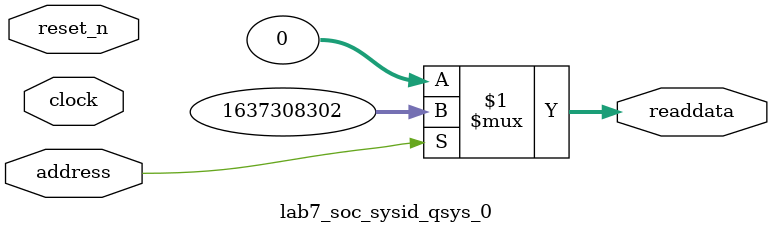
<source format=v>



// synthesis translate_off
`timescale 1ns / 1ps
// synthesis translate_on

// turn off superfluous verilog processor warnings 
// altera message_level Level1 
// altera message_off 10034 10035 10036 10037 10230 10240 10030 

module lab7_soc_sysid_qsys_0 (
               // inputs:
                address,
                clock,
                reset_n,

               // outputs:
                readdata
             )
;

  output  [ 31: 0] readdata;
  input            address;
  input            clock;
  input            reset_n;

  wire    [ 31: 0] readdata;
  //control_slave, which is an e_avalon_slave
  assign readdata = address ? 1637308302 : 0;

endmodule



</source>
